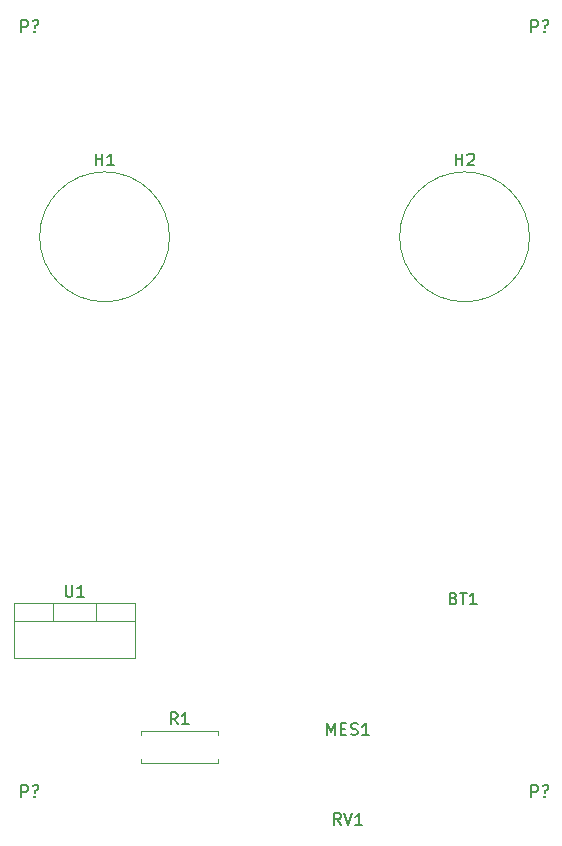
<source format=gbr>
%TF.GenerationSoftware,KiCad,Pcbnew,(5.1.7)-1*%
%TF.CreationDate,2020-11-03T16:06:53+11:00*%
%TF.ProjectId,physbryk_power_supply,70687973-6272-4796-9b5f-706f7765725f,0.0.1*%
%TF.SameCoordinates,Original*%
%TF.FileFunction,Legend,Top*%
%TF.FilePolarity,Positive*%
%FSLAX46Y46*%
G04 Gerber Fmt 4.6, Leading zero omitted, Abs format (unit mm)*
G04 Created by KiCad (PCBNEW (5.1.7)-1) date 2020-11-03 16:06:53*
%MOMM*%
%LPD*%
G01*
G04 APERTURE LIST*
%ADD10C,0.120000*%
%ADD11C,0.150000*%
G04 APERTURE END LIST*
D10*
%TO.C,H1*%
X140120000Y-64770000D02*
G75*
G03*
X140120000Y-64770000I-5500000J0D01*
G01*
%TO.C,H2*%
X170600000Y-64770000D02*
G75*
G03*
X170600000Y-64770000I-5500000J0D01*
G01*
%TO.C,R1*%
X144240000Y-109320000D02*
X144240000Y-108990000D01*
X137700000Y-109320000D02*
X144240000Y-109320000D01*
X137700000Y-108990000D02*
X137700000Y-109320000D01*
X144240000Y-106580000D02*
X144240000Y-106910000D01*
X137700000Y-106580000D02*
X144240000Y-106580000D01*
X137700000Y-106910000D02*
X137700000Y-106580000D01*
%TO.C,U1*%
X133931000Y-95790000D02*
X133931000Y-97300000D01*
X130230000Y-95790000D02*
X130230000Y-97300000D01*
X126960000Y-97300000D02*
X137200000Y-97300000D01*
X137200000Y-95790000D02*
X137200000Y-100431000D01*
X126960000Y-95790000D02*
X126960000Y-100431000D01*
X126960000Y-100431000D02*
X137200000Y-100431000D01*
X126960000Y-95790000D02*
X137200000Y-95790000D01*
%TO.C,P?*%
D11*
X170759523Y-112212380D02*
X170759523Y-111212380D01*
X171140476Y-111212380D01*
X171235714Y-111260000D01*
X171283333Y-111307619D01*
X171330952Y-111402857D01*
X171330952Y-111545714D01*
X171283333Y-111640952D01*
X171235714Y-111688571D01*
X171140476Y-111736190D01*
X170759523Y-111736190D01*
X171902380Y-112117142D02*
X171950000Y-112164761D01*
X171902380Y-112212380D01*
X171854761Y-112164761D01*
X171902380Y-112117142D01*
X171902380Y-112212380D01*
X171711904Y-111260000D02*
X171807142Y-111212380D01*
X172045238Y-111212380D01*
X172140476Y-111260000D01*
X172188095Y-111355238D01*
X172188095Y-111450476D01*
X172140476Y-111545714D01*
X172092857Y-111593333D01*
X171997619Y-111640952D01*
X171950000Y-111688571D01*
X171902380Y-111783809D01*
X171902380Y-111831428D01*
X127579523Y-112212380D02*
X127579523Y-111212380D01*
X127960476Y-111212380D01*
X128055714Y-111260000D01*
X128103333Y-111307619D01*
X128150952Y-111402857D01*
X128150952Y-111545714D01*
X128103333Y-111640952D01*
X128055714Y-111688571D01*
X127960476Y-111736190D01*
X127579523Y-111736190D01*
X128722380Y-112117142D02*
X128770000Y-112164761D01*
X128722380Y-112212380D01*
X128674761Y-112164761D01*
X128722380Y-112117142D01*
X128722380Y-112212380D01*
X128531904Y-111260000D02*
X128627142Y-111212380D01*
X128865238Y-111212380D01*
X128960476Y-111260000D01*
X129008095Y-111355238D01*
X129008095Y-111450476D01*
X128960476Y-111545714D01*
X128912857Y-111593333D01*
X128817619Y-111640952D01*
X128770000Y-111688571D01*
X128722380Y-111783809D01*
X128722380Y-111831428D01*
X170759523Y-47442380D02*
X170759523Y-46442380D01*
X171140476Y-46442380D01*
X171235714Y-46490000D01*
X171283333Y-46537619D01*
X171330952Y-46632857D01*
X171330952Y-46775714D01*
X171283333Y-46870952D01*
X171235714Y-46918571D01*
X171140476Y-46966190D01*
X170759523Y-46966190D01*
X171902380Y-47347142D02*
X171950000Y-47394761D01*
X171902380Y-47442380D01*
X171854761Y-47394761D01*
X171902380Y-47347142D01*
X171902380Y-47442380D01*
X171711904Y-46490000D02*
X171807142Y-46442380D01*
X172045238Y-46442380D01*
X172140476Y-46490000D01*
X172188095Y-46585238D01*
X172188095Y-46680476D01*
X172140476Y-46775714D01*
X172092857Y-46823333D01*
X171997619Y-46870952D01*
X171950000Y-46918571D01*
X171902380Y-47013809D01*
X171902380Y-47061428D01*
X127579523Y-47442380D02*
X127579523Y-46442380D01*
X127960476Y-46442380D01*
X128055714Y-46490000D01*
X128103333Y-46537619D01*
X128150952Y-46632857D01*
X128150952Y-46775714D01*
X128103333Y-46870952D01*
X128055714Y-46918571D01*
X127960476Y-46966190D01*
X127579523Y-46966190D01*
X128722380Y-47347142D02*
X128770000Y-47394761D01*
X128722380Y-47442380D01*
X128674761Y-47394761D01*
X128722380Y-47347142D01*
X128722380Y-47442380D01*
X128531904Y-46490000D02*
X128627142Y-46442380D01*
X128865238Y-46442380D01*
X128960476Y-46490000D01*
X129008095Y-46585238D01*
X129008095Y-46680476D01*
X128960476Y-46775714D01*
X128912857Y-46823333D01*
X128817619Y-46870952D01*
X128770000Y-46918571D01*
X128722380Y-47013809D01*
X128722380Y-47061428D01*
%TO.C,BT1*%
X164174285Y-95368571D02*
X164317142Y-95416190D01*
X164364761Y-95463809D01*
X164412380Y-95559047D01*
X164412380Y-95701904D01*
X164364761Y-95797142D01*
X164317142Y-95844761D01*
X164221904Y-95892380D01*
X163840952Y-95892380D01*
X163840952Y-94892380D01*
X164174285Y-94892380D01*
X164269523Y-94940000D01*
X164317142Y-94987619D01*
X164364761Y-95082857D01*
X164364761Y-95178095D01*
X164317142Y-95273333D01*
X164269523Y-95320952D01*
X164174285Y-95368571D01*
X163840952Y-95368571D01*
X164698095Y-94892380D02*
X165269523Y-94892380D01*
X164983809Y-95892380D02*
X164983809Y-94892380D01*
X166126666Y-95892380D02*
X165555238Y-95892380D01*
X165840952Y-95892380D02*
X165840952Y-94892380D01*
X165745714Y-95035238D01*
X165650476Y-95130476D01*
X165555238Y-95178095D01*
%TO.C,H1*%
X133858095Y-58722380D02*
X133858095Y-57722380D01*
X133858095Y-58198571D02*
X134429523Y-58198571D01*
X134429523Y-58722380D02*
X134429523Y-57722380D01*
X135429523Y-58722380D02*
X134858095Y-58722380D01*
X135143809Y-58722380D02*
X135143809Y-57722380D01*
X135048571Y-57865238D01*
X134953333Y-57960476D01*
X134858095Y-58008095D01*
%TO.C,H2*%
X164338095Y-58722380D02*
X164338095Y-57722380D01*
X164338095Y-58198571D02*
X164909523Y-58198571D01*
X164909523Y-58722380D02*
X164909523Y-57722380D01*
X165338095Y-57817619D02*
X165385714Y-57770000D01*
X165480952Y-57722380D01*
X165719047Y-57722380D01*
X165814285Y-57770000D01*
X165861904Y-57817619D01*
X165909523Y-57912857D01*
X165909523Y-58008095D01*
X165861904Y-58150952D01*
X165290476Y-58722380D01*
X165909523Y-58722380D01*
%TO.C,R1*%
X140803333Y-106032380D02*
X140470000Y-105556190D01*
X140231904Y-106032380D02*
X140231904Y-105032380D01*
X140612857Y-105032380D01*
X140708095Y-105080000D01*
X140755714Y-105127619D01*
X140803333Y-105222857D01*
X140803333Y-105365714D01*
X140755714Y-105460952D01*
X140708095Y-105508571D01*
X140612857Y-105556190D01*
X140231904Y-105556190D01*
X141755714Y-106032380D02*
X141184285Y-106032380D01*
X141470000Y-106032380D02*
X141470000Y-105032380D01*
X141374761Y-105175238D01*
X141279523Y-105270476D01*
X141184285Y-105318095D01*
%TO.C,U1*%
X131318095Y-94242380D02*
X131318095Y-95051904D01*
X131365714Y-95147142D01*
X131413333Y-95194761D01*
X131508571Y-95242380D01*
X131699047Y-95242380D01*
X131794285Y-95194761D01*
X131841904Y-95147142D01*
X131889523Y-95051904D01*
X131889523Y-94242380D01*
X132889523Y-95242380D02*
X132318095Y-95242380D01*
X132603809Y-95242380D02*
X132603809Y-94242380D01*
X132508571Y-94385238D01*
X132413333Y-94480476D01*
X132318095Y-94528095D01*
%TO.C,RV1*%
X154624761Y-114562380D02*
X154291428Y-114086190D01*
X154053333Y-114562380D02*
X154053333Y-113562380D01*
X154434285Y-113562380D01*
X154529523Y-113610000D01*
X154577142Y-113657619D01*
X154624761Y-113752857D01*
X154624761Y-113895714D01*
X154577142Y-113990952D01*
X154529523Y-114038571D01*
X154434285Y-114086190D01*
X154053333Y-114086190D01*
X154910476Y-113562380D02*
X155243809Y-114562380D01*
X155577142Y-113562380D01*
X156434285Y-114562380D02*
X155862857Y-114562380D01*
X156148571Y-114562380D02*
X156148571Y-113562380D01*
X156053333Y-113705238D01*
X155958095Y-113800476D01*
X155862857Y-113848095D01*
%TO.C,MES1*%
X153481904Y-106942380D02*
X153481904Y-105942380D01*
X153815238Y-106656666D01*
X154148571Y-105942380D01*
X154148571Y-106942380D01*
X154624761Y-106418571D02*
X154958095Y-106418571D01*
X155100952Y-106942380D02*
X154624761Y-106942380D01*
X154624761Y-105942380D01*
X155100952Y-105942380D01*
X155481904Y-106894761D02*
X155624761Y-106942380D01*
X155862857Y-106942380D01*
X155958095Y-106894761D01*
X156005714Y-106847142D01*
X156053333Y-106751904D01*
X156053333Y-106656666D01*
X156005714Y-106561428D01*
X155958095Y-106513809D01*
X155862857Y-106466190D01*
X155672380Y-106418571D01*
X155577142Y-106370952D01*
X155529523Y-106323333D01*
X155481904Y-106228095D01*
X155481904Y-106132857D01*
X155529523Y-106037619D01*
X155577142Y-105990000D01*
X155672380Y-105942380D01*
X155910476Y-105942380D01*
X156053333Y-105990000D01*
X157005714Y-106942380D02*
X156434285Y-106942380D01*
X156720000Y-106942380D02*
X156720000Y-105942380D01*
X156624761Y-106085238D01*
X156529523Y-106180476D01*
X156434285Y-106228095D01*
%TD*%
M02*

</source>
